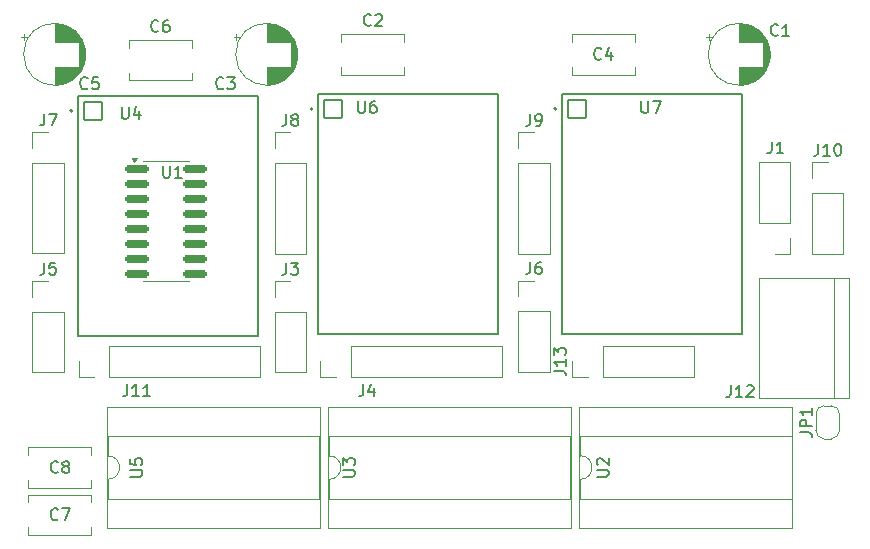
<source format=gbr>
%TF.GenerationSoftware,KiCad,Pcbnew,8.0.4-8.0.4-0~ubuntu24.04.1*%
%TF.CreationDate,2024-08-20T13:37:47+02:00*%
%TF.ProjectId,motor-driver-breakout,6d6f746f-722d-4647-9269-7665722d6272,rev?*%
%TF.SameCoordinates,Original*%
%TF.FileFunction,Legend,Top*%
%TF.FilePolarity,Positive*%
%FSLAX46Y46*%
G04 Gerber Fmt 4.6, Leading zero omitted, Abs format (unit mm)*
G04 Created by KiCad (PCBNEW 8.0.4-8.0.4-0~ubuntu24.04.1) date 2024-08-20 13:37:47*
%MOMM*%
%LPD*%
G01*
G04 APERTURE LIST*
G04 Aperture macros list*
%AMRoundRect*
0 Rectangle with rounded corners*
0 $1 Rounding radius*
0 $2 $3 $4 $5 $6 $7 $8 $9 X,Y pos of 4 corners*
0 Add a 4 corners polygon primitive as box body*
4,1,4,$2,$3,$4,$5,$6,$7,$8,$9,$2,$3,0*
0 Add four circle primitives for the rounded corners*
1,1,$1+$1,$2,$3*
1,1,$1+$1,$4,$5*
1,1,$1+$1,$6,$7*
1,1,$1+$1,$8,$9*
0 Add four rect primitives between the rounded corners*
20,1,$1+$1,$2,$3,$4,$5,0*
20,1,$1+$1,$4,$5,$6,$7,0*
20,1,$1+$1,$6,$7,$8,$9,0*
20,1,$1+$1,$8,$9,$2,$3,0*%
%AMFreePoly0*
4,1,19,0.500000,-0.750000,0.000000,-0.750000,0.000000,-0.744911,-0.071157,-0.744911,-0.207708,-0.704816,-0.327430,-0.627875,-0.420627,-0.520320,-0.479746,-0.390866,-0.500000,-0.250000,-0.500000,0.250000,-0.479746,0.390866,-0.420627,0.520320,-0.327430,0.627875,-0.207708,0.704816,-0.071157,0.744911,0.000000,0.744911,0.000000,0.750000,0.500000,0.750000,0.500000,-0.750000,0.500000,-0.750000,
$1*%
%AMFreePoly1*
4,1,19,0.000000,0.744911,0.071157,0.744911,0.207708,0.704816,0.327430,0.627875,0.420627,0.520320,0.479746,0.390866,0.500000,0.250000,0.500000,-0.250000,0.479746,-0.390866,0.420627,-0.520320,0.327430,-0.627875,0.207708,-0.704816,0.071157,-0.744911,0.000000,-0.744911,0.000000,-0.750000,-0.500000,-0.750000,-0.500000,0.750000,0.000000,0.750000,0.000000,0.744911,0.000000,0.744911,
$1*%
G04 Aperture macros list end*
%ADD10C,0.150000*%
%ADD11C,0.120000*%
%ADD12C,0.200000*%
%ADD13C,0.127000*%
%ADD14FreePoly0,90.000000*%
%ADD15FreePoly1,90.000000*%
%ADD16R,1.700000X1.700000*%
%ADD17O,1.700000X1.700000*%
%ADD18R,3.000000X3.000000*%
%ADD19C,3.000000*%
%ADD20R,1.600000X1.600000*%
%ADD21C,1.600000*%
%ADD22C,1.712000*%
%ADD23RoundRect,0.102000X-0.754000X-0.754000X0.754000X-0.754000X0.754000X0.754000X-0.754000X0.754000X0*%
%ADD24O,1.600000X1.600000*%
%ADD25RoundRect,0.150000X-0.825000X-0.150000X0.825000X-0.150000X0.825000X0.150000X-0.825000X0.150000X0*%
%ADD26C,3.200000*%
G04 APERTURE END LIST*
D10*
X220154819Y-64983333D02*
X220869104Y-64983333D01*
X220869104Y-64983333D02*
X221011961Y-65030952D01*
X221011961Y-65030952D02*
X221107200Y-65126190D01*
X221107200Y-65126190D02*
X221154819Y-65269047D01*
X221154819Y-65269047D02*
X221154819Y-65364285D01*
X221154819Y-64507142D02*
X220154819Y-64507142D01*
X220154819Y-64507142D02*
X220154819Y-64126190D01*
X220154819Y-64126190D02*
X220202438Y-64030952D01*
X220202438Y-64030952D02*
X220250057Y-63983333D01*
X220250057Y-63983333D02*
X220345295Y-63935714D01*
X220345295Y-63935714D02*
X220488152Y-63935714D01*
X220488152Y-63935714D02*
X220583390Y-63983333D01*
X220583390Y-63983333D02*
X220631009Y-64030952D01*
X220631009Y-64030952D02*
X220678628Y-64126190D01*
X220678628Y-64126190D02*
X220678628Y-64507142D01*
X221154819Y-62983333D02*
X221154819Y-63554761D01*
X221154819Y-63269047D02*
X220154819Y-63269047D01*
X220154819Y-63269047D02*
X220297676Y-63364285D01*
X220297676Y-63364285D02*
X220392914Y-63459523D01*
X220392914Y-63459523D02*
X220440533Y-63554761D01*
X199324819Y-59809523D02*
X200039104Y-59809523D01*
X200039104Y-59809523D02*
X200181961Y-59857142D01*
X200181961Y-59857142D02*
X200277200Y-59952380D01*
X200277200Y-59952380D02*
X200324819Y-60095237D01*
X200324819Y-60095237D02*
X200324819Y-60190475D01*
X200324819Y-58809523D02*
X200324819Y-59380951D01*
X200324819Y-59095237D02*
X199324819Y-59095237D01*
X199324819Y-59095237D02*
X199467676Y-59190475D01*
X199467676Y-59190475D02*
X199562914Y-59285713D01*
X199562914Y-59285713D02*
X199610533Y-59380951D01*
X199324819Y-58476189D02*
X199324819Y-57857142D01*
X199324819Y-57857142D02*
X199705771Y-58190475D01*
X199705771Y-58190475D02*
X199705771Y-58047618D01*
X199705771Y-58047618D02*
X199753390Y-57952380D01*
X199753390Y-57952380D02*
X199801009Y-57904761D01*
X199801009Y-57904761D02*
X199896247Y-57857142D01*
X199896247Y-57857142D02*
X200134342Y-57857142D01*
X200134342Y-57857142D02*
X200229580Y-57904761D01*
X200229580Y-57904761D02*
X200277200Y-57952380D01*
X200277200Y-57952380D02*
X200324819Y-58047618D01*
X200324819Y-58047618D02*
X200324819Y-58333332D01*
X200324819Y-58333332D02*
X200277200Y-58428570D01*
X200277200Y-58428570D02*
X200229580Y-58476189D01*
X214277676Y-61024419D02*
X214277676Y-61738704D01*
X214277676Y-61738704D02*
X214230057Y-61881561D01*
X214230057Y-61881561D02*
X214134819Y-61976800D01*
X214134819Y-61976800D02*
X213991962Y-62024419D01*
X213991962Y-62024419D02*
X213896724Y-62024419D01*
X215277676Y-62024419D02*
X214706248Y-62024419D01*
X214991962Y-62024419D02*
X214991962Y-61024419D01*
X214991962Y-61024419D02*
X214896724Y-61167276D01*
X214896724Y-61167276D02*
X214801486Y-61262514D01*
X214801486Y-61262514D02*
X214706248Y-61310133D01*
X215658629Y-61119657D02*
X215706248Y-61072038D01*
X215706248Y-61072038D02*
X215801486Y-61024419D01*
X215801486Y-61024419D02*
X216039581Y-61024419D01*
X216039581Y-61024419D02*
X216134819Y-61072038D01*
X216134819Y-61072038D02*
X216182438Y-61119657D01*
X216182438Y-61119657D02*
X216230057Y-61214895D01*
X216230057Y-61214895D02*
X216230057Y-61310133D01*
X216230057Y-61310133D02*
X216182438Y-61452990D01*
X216182438Y-61452990D02*
X215611010Y-62024419D01*
X215611010Y-62024419D02*
X216230057Y-62024419D01*
X218288445Y-31359580D02*
X218240826Y-31407200D01*
X218240826Y-31407200D02*
X218097969Y-31454819D01*
X218097969Y-31454819D02*
X218002731Y-31454819D01*
X218002731Y-31454819D02*
X217859874Y-31407200D01*
X217859874Y-31407200D02*
X217764636Y-31311961D01*
X217764636Y-31311961D02*
X217717017Y-31216723D01*
X217717017Y-31216723D02*
X217669398Y-31026247D01*
X217669398Y-31026247D02*
X217669398Y-30883390D01*
X217669398Y-30883390D02*
X217717017Y-30692914D01*
X217717017Y-30692914D02*
X217764636Y-30597676D01*
X217764636Y-30597676D02*
X217859874Y-30502438D01*
X217859874Y-30502438D02*
X218002731Y-30454819D01*
X218002731Y-30454819D02*
X218097969Y-30454819D01*
X218097969Y-30454819D02*
X218240826Y-30502438D01*
X218240826Y-30502438D02*
X218288445Y-30550057D01*
X219240826Y-31454819D02*
X218669398Y-31454819D01*
X218955112Y-31454819D02*
X218955112Y-30454819D01*
X218955112Y-30454819D02*
X218859874Y-30597676D01*
X218859874Y-30597676D02*
X218764636Y-30692914D01*
X218764636Y-30692914D02*
X218669398Y-30740533D01*
X203333333Y-33359580D02*
X203285714Y-33407200D01*
X203285714Y-33407200D02*
X203142857Y-33454819D01*
X203142857Y-33454819D02*
X203047619Y-33454819D01*
X203047619Y-33454819D02*
X202904762Y-33407200D01*
X202904762Y-33407200D02*
X202809524Y-33311961D01*
X202809524Y-33311961D02*
X202761905Y-33216723D01*
X202761905Y-33216723D02*
X202714286Y-33026247D01*
X202714286Y-33026247D02*
X202714286Y-32883390D01*
X202714286Y-32883390D02*
X202761905Y-32692914D01*
X202761905Y-32692914D02*
X202809524Y-32597676D01*
X202809524Y-32597676D02*
X202904762Y-32502438D01*
X202904762Y-32502438D02*
X203047619Y-32454819D01*
X203047619Y-32454819D02*
X203142857Y-32454819D01*
X203142857Y-32454819D02*
X203285714Y-32502438D01*
X203285714Y-32502438D02*
X203333333Y-32550057D01*
X204190476Y-32788152D02*
X204190476Y-33454819D01*
X203952381Y-32407200D02*
X203714286Y-33121485D01*
X203714286Y-33121485D02*
X204333333Y-33121485D01*
X182738095Y-36954819D02*
X182738095Y-37764342D01*
X182738095Y-37764342D02*
X182785714Y-37859580D01*
X182785714Y-37859580D02*
X182833333Y-37907200D01*
X182833333Y-37907200D02*
X182928571Y-37954819D01*
X182928571Y-37954819D02*
X183119047Y-37954819D01*
X183119047Y-37954819D02*
X183214285Y-37907200D01*
X183214285Y-37907200D02*
X183261904Y-37859580D01*
X183261904Y-37859580D02*
X183309523Y-37764342D01*
X183309523Y-37764342D02*
X183309523Y-36954819D01*
X184214285Y-36954819D02*
X184023809Y-36954819D01*
X184023809Y-36954819D02*
X183928571Y-37002438D01*
X183928571Y-37002438D02*
X183880952Y-37050057D01*
X183880952Y-37050057D02*
X183785714Y-37192914D01*
X183785714Y-37192914D02*
X183738095Y-37383390D01*
X183738095Y-37383390D02*
X183738095Y-37764342D01*
X183738095Y-37764342D02*
X183785714Y-37859580D01*
X183785714Y-37859580D02*
X183833333Y-37907200D01*
X183833333Y-37907200D02*
X183928571Y-37954819D01*
X183928571Y-37954819D02*
X184119047Y-37954819D01*
X184119047Y-37954819D02*
X184214285Y-37907200D01*
X184214285Y-37907200D02*
X184261904Y-37859580D01*
X184261904Y-37859580D02*
X184309523Y-37764342D01*
X184309523Y-37764342D02*
X184309523Y-37526247D01*
X184309523Y-37526247D02*
X184261904Y-37431009D01*
X184261904Y-37431009D02*
X184214285Y-37383390D01*
X184214285Y-37383390D02*
X184119047Y-37335771D01*
X184119047Y-37335771D02*
X183928571Y-37335771D01*
X183928571Y-37335771D02*
X183833333Y-37383390D01*
X183833333Y-37383390D02*
X183785714Y-37431009D01*
X183785714Y-37431009D02*
X183738095Y-37526247D01*
X181454819Y-68761904D02*
X182264342Y-68761904D01*
X182264342Y-68761904D02*
X182359580Y-68714285D01*
X182359580Y-68714285D02*
X182407200Y-68666666D01*
X182407200Y-68666666D02*
X182454819Y-68571428D01*
X182454819Y-68571428D02*
X182454819Y-68380952D01*
X182454819Y-68380952D02*
X182407200Y-68285714D01*
X182407200Y-68285714D02*
X182359580Y-68238095D01*
X182359580Y-68238095D02*
X182264342Y-68190476D01*
X182264342Y-68190476D02*
X181454819Y-68190476D01*
X181454819Y-67809523D02*
X181454819Y-67190476D01*
X181454819Y-67190476D02*
X181835771Y-67523809D01*
X181835771Y-67523809D02*
X181835771Y-67380952D01*
X181835771Y-67380952D02*
X181883390Y-67285714D01*
X181883390Y-67285714D02*
X181931009Y-67238095D01*
X181931009Y-67238095D02*
X182026247Y-67190476D01*
X182026247Y-67190476D02*
X182264342Y-67190476D01*
X182264342Y-67190476D02*
X182359580Y-67238095D01*
X182359580Y-67238095D02*
X182407200Y-67285714D01*
X182407200Y-67285714D02*
X182454819Y-67380952D01*
X182454819Y-67380952D02*
X182454819Y-67666666D01*
X182454819Y-67666666D02*
X182407200Y-67761904D01*
X182407200Y-67761904D02*
X182359580Y-67809523D01*
X217751066Y-40399619D02*
X217751066Y-41113904D01*
X217751066Y-41113904D02*
X217703447Y-41256761D01*
X217703447Y-41256761D02*
X217608209Y-41352000D01*
X217608209Y-41352000D02*
X217465352Y-41399619D01*
X217465352Y-41399619D02*
X217370114Y-41399619D01*
X218751066Y-41399619D02*
X218179638Y-41399619D01*
X218465352Y-41399619D02*
X218465352Y-40399619D01*
X218465352Y-40399619D02*
X218370114Y-40542476D01*
X218370114Y-40542476D02*
X218274876Y-40637714D01*
X218274876Y-40637714D02*
X218179638Y-40685333D01*
X166238095Y-42454819D02*
X166238095Y-43264342D01*
X166238095Y-43264342D02*
X166285714Y-43359580D01*
X166285714Y-43359580D02*
X166333333Y-43407200D01*
X166333333Y-43407200D02*
X166428571Y-43454819D01*
X166428571Y-43454819D02*
X166619047Y-43454819D01*
X166619047Y-43454819D02*
X166714285Y-43407200D01*
X166714285Y-43407200D02*
X166761904Y-43359580D01*
X166761904Y-43359580D02*
X166809523Y-43264342D01*
X166809523Y-43264342D02*
X166809523Y-42454819D01*
X167809523Y-43454819D02*
X167238095Y-43454819D01*
X167523809Y-43454819D02*
X167523809Y-42454819D01*
X167523809Y-42454819D02*
X167428571Y-42597676D01*
X167428571Y-42597676D02*
X167333333Y-42692914D01*
X167333333Y-42692914D02*
X167238095Y-42740533D01*
X156166666Y-38029819D02*
X156166666Y-38744104D01*
X156166666Y-38744104D02*
X156119047Y-38886961D01*
X156119047Y-38886961D02*
X156023809Y-38982200D01*
X156023809Y-38982200D02*
X155880952Y-39029819D01*
X155880952Y-39029819D02*
X155785714Y-39029819D01*
X156547619Y-38029819D02*
X157214285Y-38029819D01*
X157214285Y-38029819D02*
X156785714Y-39029819D01*
X183833333Y-30509580D02*
X183785714Y-30557200D01*
X183785714Y-30557200D02*
X183642857Y-30604819D01*
X183642857Y-30604819D02*
X183547619Y-30604819D01*
X183547619Y-30604819D02*
X183404762Y-30557200D01*
X183404762Y-30557200D02*
X183309524Y-30461961D01*
X183309524Y-30461961D02*
X183261905Y-30366723D01*
X183261905Y-30366723D02*
X183214286Y-30176247D01*
X183214286Y-30176247D02*
X183214286Y-30033390D01*
X183214286Y-30033390D02*
X183261905Y-29842914D01*
X183261905Y-29842914D02*
X183309524Y-29747676D01*
X183309524Y-29747676D02*
X183404762Y-29652438D01*
X183404762Y-29652438D02*
X183547619Y-29604819D01*
X183547619Y-29604819D02*
X183642857Y-29604819D01*
X183642857Y-29604819D02*
X183785714Y-29652438D01*
X183785714Y-29652438D02*
X183833333Y-29700057D01*
X184214286Y-29700057D02*
X184261905Y-29652438D01*
X184261905Y-29652438D02*
X184357143Y-29604819D01*
X184357143Y-29604819D02*
X184595238Y-29604819D01*
X184595238Y-29604819D02*
X184690476Y-29652438D01*
X184690476Y-29652438D02*
X184738095Y-29700057D01*
X184738095Y-29700057D02*
X184785714Y-29795295D01*
X184785714Y-29795295D02*
X184785714Y-29890533D01*
X184785714Y-29890533D02*
X184738095Y-30033390D01*
X184738095Y-30033390D02*
X184166667Y-30604819D01*
X184166667Y-30604819D02*
X184785714Y-30604819D01*
X165833333Y-31009580D02*
X165785714Y-31057200D01*
X165785714Y-31057200D02*
X165642857Y-31104819D01*
X165642857Y-31104819D02*
X165547619Y-31104819D01*
X165547619Y-31104819D02*
X165404762Y-31057200D01*
X165404762Y-31057200D02*
X165309524Y-30961961D01*
X165309524Y-30961961D02*
X165261905Y-30866723D01*
X165261905Y-30866723D02*
X165214286Y-30676247D01*
X165214286Y-30676247D02*
X165214286Y-30533390D01*
X165214286Y-30533390D02*
X165261905Y-30342914D01*
X165261905Y-30342914D02*
X165309524Y-30247676D01*
X165309524Y-30247676D02*
X165404762Y-30152438D01*
X165404762Y-30152438D02*
X165547619Y-30104819D01*
X165547619Y-30104819D02*
X165642857Y-30104819D01*
X165642857Y-30104819D02*
X165785714Y-30152438D01*
X165785714Y-30152438D02*
X165833333Y-30200057D01*
X166690476Y-30104819D02*
X166500000Y-30104819D01*
X166500000Y-30104819D02*
X166404762Y-30152438D01*
X166404762Y-30152438D02*
X166357143Y-30200057D01*
X166357143Y-30200057D02*
X166261905Y-30342914D01*
X166261905Y-30342914D02*
X166214286Y-30533390D01*
X166214286Y-30533390D02*
X166214286Y-30914342D01*
X166214286Y-30914342D02*
X166261905Y-31009580D01*
X166261905Y-31009580D02*
X166309524Y-31057200D01*
X166309524Y-31057200D02*
X166404762Y-31104819D01*
X166404762Y-31104819D02*
X166595238Y-31104819D01*
X166595238Y-31104819D02*
X166690476Y-31057200D01*
X166690476Y-31057200D02*
X166738095Y-31009580D01*
X166738095Y-31009580D02*
X166785714Y-30914342D01*
X166785714Y-30914342D02*
X166785714Y-30676247D01*
X166785714Y-30676247D02*
X166738095Y-30581009D01*
X166738095Y-30581009D02*
X166690476Y-30533390D01*
X166690476Y-30533390D02*
X166595238Y-30485771D01*
X166595238Y-30485771D02*
X166404762Y-30485771D01*
X166404762Y-30485771D02*
X166309524Y-30533390D01*
X166309524Y-30533390D02*
X166261905Y-30581009D01*
X166261905Y-30581009D02*
X166214286Y-30676247D01*
X202954819Y-68751904D02*
X203764342Y-68751904D01*
X203764342Y-68751904D02*
X203859580Y-68704285D01*
X203859580Y-68704285D02*
X203907200Y-68656666D01*
X203907200Y-68656666D02*
X203954819Y-68561428D01*
X203954819Y-68561428D02*
X203954819Y-68370952D01*
X203954819Y-68370952D02*
X203907200Y-68275714D01*
X203907200Y-68275714D02*
X203859580Y-68228095D01*
X203859580Y-68228095D02*
X203764342Y-68180476D01*
X203764342Y-68180476D02*
X202954819Y-68180476D01*
X203050057Y-67751904D02*
X203002438Y-67704285D01*
X203002438Y-67704285D02*
X202954819Y-67609047D01*
X202954819Y-67609047D02*
X202954819Y-67370952D01*
X202954819Y-67370952D02*
X203002438Y-67275714D01*
X203002438Y-67275714D02*
X203050057Y-67228095D01*
X203050057Y-67228095D02*
X203145295Y-67180476D01*
X203145295Y-67180476D02*
X203240533Y-67180476D01*
X203240533Y-67180476D02*
X203383390Y-67228095D01*
X203383390Y-67228095D02*
X203954819Y-67799523D01*
X203954819Y-67799523D02*
X203954819Y-67180476D01*
X221690476Y-40584819D02*
X221690476Y-41299104D01*
X221690476Y-41299104D02*
X221642857Y-41441961D01*
X221642857Y-41441961D02*
X221547619Y-41537200D01*
X221547619Y-41537200D02*
X221404762Y-41584819D01*
X221404762Y-41584819D02*
X221309524Y-41584819D01*
X222690476Y-41584819D02*
X222119048Y-41584819D01*
X222404762Y-41584819D02*
X222404762Y-40584819D01*
X222404762Y-40584819D02*
X222309524Y-40727676D01*
X222309524Y-40727676D02*
X222214286Y-40822914D01*
X222214286Y-40822914D02*
X222119048Y-40870533D01*
X223309524Y-40584819D02*
X223404762Y-40584819D01*
X223404762Y-40584819D02*
X223500000Y-40632438D01*
X223500000Y-40632438D02*
X223547619Y-40680057D01*
X223547619Y-40680057D02*
X223595238Y-40775295D01*
X223595238Y-40775295D02*
X223642857Y-40965771D01*
X223642857Y-40965771D02*
X223642857Y-41203866D01*
X223642857Y-41203866D02*
X223595238Y-41394342D01*
X223595238Y-41394342D02*
X223547619Y-41489580D01*
X223547619Y-41489580D02*
X223500000Y-41537200D01*
X223500000Y-41537200D02*
X223404762Y-41584819D01*
X223404762Y-41584819D02*
X223309524Y-41584819D01*
X223309524Y-41584819D02*
X223214286Y-41537200D01*
X223214286Y-41537200D02*
X223166667Y-41489580D01*
X223166667Y-41489580D02*
X223119048Y-41394342D01*
X223119048Y-41394342D02*
X223071429Y-41203866D01*
X223071429Y-41203866D02*
X223071429Y-40965771D01*
X223071429Y-40965771D02*
X223119048Y-40775295D01*
X223119048Y-40775295D02*
X223166667Y-40680057D01*
X223166667Y-40680057D02*
X223214286Y-40632438D01*
X223214286Y-40632438D02*
X223309524Y-40584819D01*
X163190476Y-60954819D02*
X163190476Y-61669104D01*
X163190476Y-61669104D02*
X163142857Y-61811961D01*
X163142857Y-61811961D02*
X163047619Y-61907200D01*
X163047619Y-61907200D02*
X162904762Y-61954819D01*
X162904762Y-61954819D02*
X162809524Y-61954819D01*
X164190476Y-61954819D02*
X163619048Y-61954819D01*
X163904762Y-61954819D02*
X163904762Y-60954819D01*
X163904762Y-60954819D02*
X163809524Y-61097676D01*
X163809524Y-61097676D02*
X163714286Y-61192914D01*
X163714286Y-61192914D02*
X163619048Y-61240533D01*
X165142857Y-61954819D02*
X164571429Y-61954819D01*
X164857143Y-61954819D02*
X164857143Y-60954819D01*
X164857143Y-60954819D02*
X164761905Y-61097676D01*
X164761905Y-61097676D02*
X164666667Y-61192914D01*
X164666667Y-61192914D02*
X164571429Y-61240533D01*
X176666666Y-38069819D02*
X176666666Y-38784104D01*
X176666666Y-38784104D02*
X176619047Y-38926961D01*
X176619047Y-38926961D02*
X176523809Y-39022200D01*
X176523809Y-39022200D02*
X176380952Y-39069819D01*
X176380952Y-39069819D02*
X176285714Y-39069819D01*
X177285714Y-38498390D02*
X177190476Y-38450771D01*
X177190476Y-38450771D02*
X177142857Y-38403152D01*
X177142857Y-38403152D02*
X177095238Y-38307914D01*
X177095238Y-38307914D02*
X177095238Y-38260295D01*
X177095238Y-38260295D02*
X177142857Y-38165057D01*
X177142857Y-38165057D02*
X177190476Y-38117438D01*
X177190476Y-38117438D02*
X177285714Y-38069819D01*
X177285714Y-38069819D02*
X177476190Y-38069819D01*
X177476190Y-38069819D02*
X177571428Y-38117438D01*
X177571428Y-38117438D02*
X177619047Y-38165057D01*
X177619047Y-38165057D02*
X177666666Y-38260295D01*
X177666666Y-38260295D02*
X177666666Y-38307914D01*
X177666666Y-38307914D02*
X177619047Y-38403152D01*
X177619047Y-38403152D02*
X177571428Y-38450771D01*
X177571428Y-38450771D02*
X177476190Y-38498390D01*
X177476190Y-38498390D02*
X177285714Y-38498390D01*
X177285714Y-38498390D02*
X177190476Y-38546009D01*
X177190476Y-38546009D02*
X177142857Y-38593628D01*
X177142857Y-38593628D02*
X177095238Y-38688866D01*
X177095238Y-38688866D02*
X177095238Y-38879342D01*
X177095238Y-38879342D02*
X177142857Y-38974580D01*
X177142857Y-38974580D02*
X177190476Y-39022200D01*
X177190476Y-39022200D02*
X177285714Y-39069819D01*
X177285714Y-39069819D02*
X177476190Y-39069819D01*
X177476190Y-39069819D02*
X177571428Y-39022200D01*
X177571428Y-39022200D02*
X177619047Y-38974580D01*
X177619047Y-38974580D02*
X177666666Y-38879342D01*
X177666666Y-38879342D02*
X177666666Y-38688866D01*
X177666666Y-38688866D02*
X177619047Y-38593628D01*
X177619047Y-38593628D02*
X177571428Y-38546009D01*
X177571428Y-38546009D02*
X177476190Y-38498390D01*
X159833333Y-35859580D02*
X159785714Y-35907200D01*
X159785714Y-35907200D02*
X159642857Y-35954819D01*
X159642857Y-35954819D02*
X159547619Y-35954819D01*
X159547619Y-35954819D02*
X159404762Y-35907200D01*
X159404762Y-35907200D02*
X159309524Y-35811961D01*
X159309524Y-35811961D02*
X159261905Y-35716723D01*
X159261905Y-35716723D02*
X159214286Y-35526247D01*
X159214286Y-35526247D02*
X159214286Y-35383390D01*
X159214286Y-35383390D02*
X159261905Y-35192914D01*
X159261905Y-35192914D02*
X159309524Y-35097676D01*
X159309524Y-35097676D02*
X159404762Y-35002438D01*
X159404762Y-35002438D02*
X159547619Y-34954819D01*
X159547619Y-34954819D02*
X159642857Y-34954819D01*
X159642857Y-34954819D02*
X159785714Y-35002438D01*
X159785714Y-35002438D02*
X159833333Y-35050057D01*
X160738095Y-34954819D02*
X160261905Y-34954819D01*
X160261905Y-34954819D02*
X160214286Y-35431009D01*
X160214286Y-35431009D02*
X160261905Y-35383390D01*
X160261905Y-35383390D02*
X160357143Y-35335771D01*
X160357143Y-35335771D02*
X160595238Y-35335771D01*
X160595238Y-35335771D02*
X160690476Y-35383390D01*
X160690476Y-35383390D02*
X160738095Y-35431009D01*
X160738095Y-35431009D02*
X160785714Y-35526247D01*
X160785714Y-35526247D02*
X160785714Y-35764342D01*
X160785714Y-35764342D02*
X160738095Y-35859580D01*
X160738095Y-35859580D02*
X160690476Y-35907200D01*
X160690476Y-35907200D02*
X160595238Y-35954819D01*
X160595238Y-35954819D02*
X160357143Y-35954819D01*
X160357143Y-35954819D02*
X160261905Y-35907200D01*
X160261905Y-35907200D02*
X160214286Y-35859580D01*
X163454819Y-68751904D02*
X164264342Y-68751904D01*
X164264342Y-68751904D02*
X164359580Y-68704285D01*
X164359580Y-68704285D02*
X164407200Y-68656666D01*
X164407200Y-68656666D02*
X164454819Y-68561428D01*
X164454819Y-68561428D02*
X164454819Y-68370952D01*
X164454819Y-68370952D02*
X164407200Y-68275714D01*
X164407200Y-68275714D02*
X164359580Y-68228095D01*
X164359580Y-68228095D02*
X164264342Y-68180476D01*
X164264342Y-68180476D02*
X163454819Y-68180476D01*
X163454819Y-67228095D02*
X163454819Y-67704285D01*
X163454819Y-67704285D02*
X163931009Y-67751904D01*
X163931009Y-67751904D02*
X163883390Y-67704285D01*
X163883390Y-67704285D02*
X163835771Y-67609047D01*
X163835771Y-67609047D02*
X163835771Y-67370952D01*
X163835771Y-67370952D02*
X163883390Y-67275714D01*
X163883390Y-67275714D02*
X163931009Y-67228095D01*
X163931009Y-67228095D02*
X164026247Y-67180476D01*
X164026247Y-67180476D02*
X164264342Y-67180476D01*
X164264342Y-67180476D02*
X164359580Y-67228095D01*
X164359580Y-67228095D02*
X164407200Y-67275714D01*
X164407200Y-67275714D02*
X164454819Y-67370952D01*
X164454819Y-67370952D02*
X164454819Y-67609047D01*
X164454819Y-67609047D02*
X164407200Y-67704285D01*
X164407200Y-67704285D02*
X164359580Y-67751904D01*
X183166666Y-60954819D02*
X183166666Y-61669104D01*
X183166666Y-61669104D02*
X183119047Y-61811961D01*
X183119047Y-61811961D02*
X183023809Y-61907200D01*
X183023809Y-61907200D02*
X182880952Y-61954819D01*
X182880952Y-61954819D02*
X182785714Y-61954819D01*
X184071428Y-61288152D02*
X184071428Y-61954819D01*
X183833333Y-60907200D02*
X183595238Y-61621485D01*
X183595238Y-61621485D02*
X184214285Y-61621485D01*
X206738095Y-36954819D02*
X206738095Y-37764342D01*
X206738095Y-37764342D02*
X206785714Y-37859580D01*
X206785714Y-37859580D02*
X206833333Y-37907200D01*
X206833333Y-37907200D02*
X206928571Y-37954819D01*
X206928571Y-37954819D02*
X207119047Y-37954819D01*
X207119047Y-37954819D02*
X207214285Y-37907200D01*
X207214285Y-37907200D02*
X207261904Y-37859580D01*
X207261904Y-37859580D02*
X207309523Y-37764342D01*
X207309523Y-37764342D02*
X207309523Y-36954819D01*
X207690476Y-36954819D02*
X208357142Y-36954819D01*
X208357142Y-36954819D02*
X207928571Y-37954819D01*
X156166666Y-50649819D02*
X156166666Y-51364104D01*
X156166666Y-51364104D02*
X156119047Y-51506961D01*
X156119047Y-51506961D02*
X156023809Y-51602200D01*
X156023809Y-51602200D02*
X155880952Y-51649819D01*
X155880952Y-51649819D02*
X155785714Y-51649819D01*
X157119047Y-50649819D02*
X156642857Y-50649819D01*
X156642857Y-50649819D02*
X156595238Y-51126009D01*
X156595238Y-51126009D02*
X156642857Y-51078390D01*
X156642857Y-51078390D02*
X156738095Y-51030771D01*
X156738095Y-51030771D02*
X156976190Y-51030771D01*
X156976190Y-51030771D02*
X157071428Y-51078390D01*
X157071428Y-51078390D02*
X157119047Y-51126009D01*
X157119047Y-51126009D02*
X157166666Y-51221247D01*
X157166666Y-51221247D02*
X157166666Y-51459342D01*
X157166666Y-51459342D02*
X157119047Y-51554580D01*
X157119047Y-51554580D02*
X157071428Y-51602200D01*
X157071428Y-51602200D02*
X156976190Y-51649819D01*
X156976190Y-51649819D02*
X156738095Y-51649819D01*
X156738095Y-51649819D02*
X156642857Y-51602200D01*
X156642857Y-51602200D02*
X156595238Y-51554580D01*
X171333333Y-35859580D02*
X171285714Y-35907200D01*
X171285714Y-35907200D02*
X171142857Y-35954819D01*
X171142857Y-35954819D02*
X171047619Y-35954819D01*
X171047619Y-35954819D02*
X170904762Y-35907200D01*
X170904762Y-35907200D02*
X170809524Y-35811961D01*
X170809524Y-35811961D02*
X170761905Y-35716723D01*
X170761905Y-35716723D02*
X170714286Y-35526247D01*
X170714286Y-35526247D02*
X170714286Y-35383390D01*
X170714286Y-35383390D02*
X170761905Y-35192914D01*
X170761905Y-35192914D02*
X170809524Y-35097676D01*
X170809524Y-35097676D02*
X170904762Y-35002438D01*
X170904762Y-35002438D02*
X171047619Y-34954819D01*
X171047619Y-34954819D02*
X171142857Y-34954819D01*
X171142857Y-34954819D02*
X171285714Y-35002438D01*
X171285714Y-35002438D02*
X171333333Y-35050057D01*
X171666667Y-34954819D02*
X172285714Y-34954819D01*
X172285714Y-34954819D02*
X171952381Y-35335771D01*
X171952381Y-35335771D02*
X172095238Y-35335771D01*
X172095238Y-35335771D02*
X172190476Y-35383390D01*
X172190476Y-35383390D02*
X172238095Y-35431009D01*
X172238095Y-35431009D02*
X172285714Y-35526247D01*
X172285714Y-35526247D02*
X172285714Y-35764342D01*
X172285714Y-35764342D02*
X172238095Y-35859580D01*
X172238095Y-35859580D02*
X172190476Y-35907200D01*
X172190476Y-35907200D02*
X172095238Y-35954819D01*
X172095238Y-35954819D02*
X171809524Y-35954819D01*
X171809524Y-35954819D02*
X171714286Y-35907200D01*
X171714286Y-35907200D02*
X171666667Y-35859580D01*
X157333333Y-68359580D02*
X157285714Y-68407200D01*
X157285714Y-68407200D02*
X157142857Y-68454819D01*
X157142857Y-68454819D02*
X157047619Y-68454819D01*
X157047619Y-68454819D02*
X156904762Y-68407200D01*
X156904762Y-68407200D02*
X156809524Y-68311961D01*
X156809524Y-68311961D02*
X156761905Y-68216723D01*
X156761905Y-68216723D02*
X156714286Y-68026247D01*
X156714286Y-68026247D02*
X156714286Y-67883390D01*
X156714286Y-67883390D02*
X156761905Y-67692914D01*
X156761905Y-67692914D02*
X156809524Y-67597676D01*
X156809524Y-67597676D02*
X156904762Y-67502438D01*
X156904762Y-67502438D02*
X157047619Y-67454819D01*
X157047619Y-67454819D02*
X157142857Y-67454819D01*
X157142857Y-67454819D02*
X157285714Y-67502438D01*
X157285714Y-67502438D02*
X157333333Y-67550057D01*
X157904762Y-67883390D02*
X157809524Y-67835771D01*
X157809524Y-67835771D02*
X157761905Y-67788152D01*
X157761905Y-67788152D02*
X157714286Y-67692914D01*
X157714286Y-67692914D02*
X157714286Y-67645295D01*
X157714286Y-67645295D02*
X157761905Y-67550057D01*
X157761905Y-67550057D02*
X157809524Y-67502438D01*
X157809524Y-67502438D02*
X157904762Y-67454819D01*
X157904762Y-67454819D02*
X158095238Y-67454819D01*
X158095238Y-67454819D02*
X158190476Y-67502438D01*
X158190476Y-67502438D02*
X158238095Y-67550057D01*
X158238095Y-67550057D02*
X158285714Y-67645295D01*
X158285714Y-67645295D02*
X158285714Y-67692914D01*
X158285714Y-67692914D02*
X158238095Y-67788152D01*
X158238095Y-67788152D02*
X158190476Y-67835771D01*
X158190476Y-67835771D02*
X158095238Y-67883390D01*
X158095238Y-67883390D02*
X157904762Y-67883390D01*
X157904762Y-67883390D02*
X157809524Y-67931009D01*
X157809524Y-67931009D02*
X157761905Y-67978628D01*
X157761905Y-67978628D02*
X157714286Y-68073866D01*
X157714286Y-68073866D02*
X157714286Y-68264342D01*
X157714286Y-68264342D02*
X157761905Y-68359580D01*
X157761905Y-68359580D02*
X157809524Y-68407200D01*
X157809524Y-68407200D02*
X157904762Y-68454819D01*
X157904762Y-68454819D02*
X158095238Y-68454819D01*
X158095238Y-68454819D02*
X158190476Y-68407200D01*
X158190476Y-68407200D02*
X158238095Y-68359580D01*
X158238095Y-68359580D02*
X158285714Y-68264342D01*
X158285714Y-68264342D02*
X158285714Y-68073866D01*
X158285714Y-68073866D02*
X158238095Y-67978628D01*
X158238095Y-67978628D02*
X158190476Y-67931009D01*
X158190476Y-67931009D02*
X158095238Y-67883390D01*
X176666666Y-50649819D02*
X176666666Y-51364104D01*
X176666666Y-51364104D02*
X176619047Y-51506961D01*
X176619047Y-51506961D02*
X176523809Y-51602200D01*
X176523809Y-51602200D02*
X176380952Y-51649819D01*
X176380952Y-51649819D02*
X176285714Y-51649819D01*
X177047619Y-50649819D02*
X177666666Y-50649819D01*
X177666666Y-50649819D02*
X177333333Y-51030771D01*
X177333333Y-51030771D02*
X177476190Y-51030771D01*
X177476190Y-51030771D02*
X177571428Y-51078390D01*
X177571428Y-51078390D02*
X177619047Y-51126009D01*
X177619047Y-51126009D02*
X177666666Y-51221247D01*
X177666666Y-51221247D02*
X177666666Y-51459342D01*
X177666666Y-51459342D02*
X177619047Y-51554580D01*
X177619047Y-51554580D02*
X177571428Y-51602200D01*
X177571428Y-51602200D02*
X177476190Y-51649819D01*
X177476190Y-51649819D02*
X177190476Y-51649819D01*
X177190476Y-51649819D02*
X177095238Y-51602200D01*
X177095238Y-51602200D02*
X177047619Y-51554580D01*
X197316666Y-38069819D02*
X197316666Y-38784104D01*
X197316666Y-38784104D02*
X197269047Y-38926961D01*
X197269047Y-38926961D02*
X197173809Y-39022200D01*
X197173809Y-39022200D02*
X197030952Y-39069819D01*
X197030952Y-39069819D02*
X196935714Y-39069819D01*
X197840476Y-39069819D02*
X198030952Y-39069819D01*
X198030952Y-39069819D02*
X198126190Y-39022200D01*
X198126190Y-39022200D02*
X198173809Y-38974580D01*
X198173809Y-38974580D02*
X198269047Y-38831723D01*
X198269047Y-38831723D02*
X198316666Y-38641247D01*
X198316666Y-38641247D02*
X198316666Y-38260295D01*
X198316666Y-38260295D02*
X198269047Y-38165057D01*
X198269047Y-38165057D02*
X198221428Y-38117438D01*
X198221428Y-38117438D02*
X198126190Y-38069819D01*
X198126190Y-38069819D02*
X197935714Y-38069819D01*
X197935714Y-38069819D02*
X197840476Y-38117438D01*
X197840476Y-38117438D02*
X197792857Y-38165057D01*
X197792857Y-38165057D02*
X197745238Y-38260295D01*
X197745238Y-38260295D02*
X197745238Y-38498390D01*
X197745238Y-38498390D02*
X197792857Y-38593628D01*
X197792857Y-38593628D02*
X197840476Y-38641247D01*
X197840476Y-38641247D02*
X197935714Y-38688866D01*
X197935714Y-38688866D02*
X198126190Y-38688866D01*
X198126190Y-38688866D02*
X198221428Y-38641247D01*
X198221428Y-38641247D02*
X198269047Y-38593628D01*
X198269047Y-38593628D02*
X198316666Y-38498390D01*
X157333333Y-72359580D02*
X157285714Y-72407200D01*
X157285714Y-72407200D02*
X157142857Y-72454819D01*
X157142857Y-72454819D02*
X157047619Y-72454819D01*
X157047619Y-72454819D02*
X156904762Y-72407200D01*
X156904762Y-72407200D02*
X156809524Y-72311961D01*
X156809524Y-72311961D02*
X156761905Y-72216723D01*
X156761905Y-72216723D02*
X156714286Y-72026247D01*
X156714286Y-72026247D02*
X156714286Y-71883390D01*
X156714286Y-71883390D02*
X156761905Y-71692914D01*
X156761905Y-71692914D02*
X156809524Y-71597676D01*
X156809524Y-71597676D02*
X156904762Y-71502438D01*
X156904762Y-71502438D02*
X157047619Y-71454819D01*
X157047619Y-71454819D02*
X157142857Y-71454819D01*
X157142857Y-71454819D02*
X157285714Y-71502438D01*
X157285714Y-71502438D02*
X157333333Y-71550057D01*
X157666667Y-71454819D02*
X158333333Y-71454819D01*
X158333333Y-71454819D02*
X157904762Y-72454819D01*
X197316666Y-50609819D02*
X197316666Y-51324104D01*
X197316666Y-51324104D02*
X197269047Y-51466961D01*
X197269047Y-51466961D02*
X197173809Y-51562200D01*
X197173809Y-51562200D02*
X197030952Y-51609819D01*
X197030952Y-51609819D02*
X196935714Y-51609819D01*
X198221428Y-50609819D02*
X198030952Y-50609819D01*
X198030952Y-50609819D02*
X197935714Y-50657438D01*
X197935714Y-50657438D02*
X197888095Y-50705057D01*
X197888095Y-50705057D02*
X197792857Y-50847914D01*
X197792857Y-50847914D02*
X197745238Y-51038390D01*
X197745238Y-51038390D02*
X197745238Y-51419342D01*
X197745238Y-51419342D02*
X197792857Y-51514580D01*
X197792857Y-51514580D02*
X197840476Y-51562200D01*
X197840476Y-51562200D02*
X197935714Y-51609819D01*
X197935714Y-51609819D02*
X198126190Y-51609819D01*
X198126190Y-51609819D02*
X198221428Y-51562200D01*
X198221428Y-51562200D02*
X198269047Y-51514580D01*
X198269047Y-51514580D02*
X198316666Y-51419342D01*
X198316666Y-51419342D02*
X198316666Y-51181247D01*
X198316666Y-51181247D02*
X198269047Y-51086009D01*
X198269047Y-51086009D02*
X198221428Y-51038390D01*
X198221428Y-51038390D02*
X198126190Y-50990771D01*
X198126190Y-50990771D02*
X197935714Y-50990771D01*
X197935714Y-50990771D02*
X197840476Y-51038390D01*
X197840476Y-51038390D02*
X197792857Y-51086009D01*
X197792857Y-51086009D02*
X197745238Y-51181247D01*
X162738095Y-37454819D02*
X162738095Y-38264342D01*
X162738095Y-38264342D02*
X162785714Y-38359580D01*
X162785714Y-38359580D02*
X162833333Y-38407200D01*
X162833333Y-38407200D02*
X162928571Y-38454819D01*
X162928571Y-38454819D02*
X163119047Y-38454819D01*
X163119047Y-38454819D02*
X163214285Y-38407200D01*
X163214285Y-38407200D02*
X163261904Y-38359580D01*
X163261904Y-38359580D02*
X163309523Y-38264342D01*
X163309523Y-38264342D02*
X163309523Y-37454819D01*
X164214285Y-37788152D02*
X164214285Y-38454819D01*
X163976190Y-37407200D02*
X163738095Y-38121485D01*
X163738095Y-38121485D02*
X164357142Y-38121485D01*
D11*
%TO.C,JP1*%
X222800000Y-65550000D02*
X222200000Y-65550000D01*
X221500000Y-64850000D02*
X221500000Y-63450000D01*
X223500000Y-63450000D02*
X223500000Y-64850000D01*
X222200000Y-62750000D02*
X222800000Y-62750000D01*
X222200000Y-65550000D02*
G75*
G02*
X221500000Y-64850000I-1J699999D01*
G01*
X223500000Y-64850000D02*
G75*
G02*
X222800000Y-65550000I-699999J-1D01*
G01*
X221500000Y-63450000D02*
G75*
G02*
X222200000Y-62750000I700000J0D01*
G01*
X222800000Y-62750000D02*
G75*
G02*
X223500000Y-63450000I0J-700000D01*
G01*
%TO.C,J13*%
X200870000Y-60330000D02*
X200870000Y-59000000D01*
X202200000Y-60330000D02*
X200870000Y-60330000D01*
X203470000Y-60330000D02*
X211150000Y-60330000D01*
X203470000Y-60330000D02*
X203470000Y-57670000D01*
X211150000Y-60330000D02*
X211150000Y-57670000D01*
X203470000Y-57670000D02*
X211150000Y-57670000D01*
%TO.C,J12*%
X216690000Y-62080000D02*
X224310000Y-62080000D01*
X224310000Y-62080000D02*
X224310000Y-51920000D01*
X216690000Y-51920000D02*
X216690000Y-62080000D01*
X223040000Y-51920000D02*
X223040000Y-62080000D01*
X224310000Y-51920000D02*
X216690000Y-51920000D01*
%TO.C,C1*%
X212195225Y-31525000D02*
X212695225Y-31525000D01*
X212445225Y-31275000D02*
X212445225Y-31775000D01*
X215000000Y-30420000D02*
X215000000Y-31960000D01*
X215000000Y-34040000D02*
X215000000Y-35580000D01*
X215040000Y-30420000D02*
X215040000Y-31960000D01*
X215040000Y-34040000D02*
X215040000Y-35580000D01*
X215080000Y-30421000D02*
X215080000Y-31960000D01*
X215080000Y-34040000D02*
X215080000Y-35579000D01*
X215120000Y-30422000D02*
X215120000Y-31960000D01*
X215120000Y-34040000D02*
X215120000Y-35578000D01*
X215160000Y-30424000D02*
X215160000Y-31960000D01*
X215160000Y-34040000D02*
X215160000Y-35576000D01*
X215200000Y-30427000D02*
X215200000Y-31960000D01*
X215200000Y-34040000D02*
X215200000Y-35573000D01*
X215240000Y-30431000D02*
X215240000Y-31960000D01*
X215240000Y-34040000D02*
X215240000Y-35569000D01*
X215280000Y-30435000D02*
X215280000Y-31960000D01*
X215280000Y-34040000D02*
X215280000Y-35565000D01*
X215320000Y-30439000D02*
X215320000Y-31960000D01*
X215320000Y-34040000D02*
X215320000Y-35561000D01*
X215360000Y-30444000D02*
X215360000Y-31960000D01*
X215360000Y-34040000D02*
X215360000Y-35556000D01*
X215400000Y-30450000D02*
X215400000Y-31960000D01*
X215400000Y-34040000D02*
X215400000Y-35550000D01*
X215440000Y-30457000D02*
X215440000Y-31960000D01*
X215440000Y-34040000D02*
X215440000Y-35543000D01*
X215480000Y-30464000D02*
X215480000Y-31960000D01*
X215480000Y-34040000D02*
X215480000Y-35536000D01*
X215520000Y-30472000D02*
X215520000Y-31960000D01*
X215520000Y-34040000D02*
X215520000Y-35528000D01*
X215560000Y-30480000D02*
X215560000Y-31960000D01*
X215560000Y-34040000D02*
X215560000Y-35520000D01*
X215600000Y-30489000D02*
X215600000Y-31960000D01*
X215600000Y-34040000D02*
X215600000Y-35511000D01*
X215640000Y-30499000D02*
X215640000Y-31960000D01*
X215640000Y-34040000D02*
X215640000Y-35501000D01*
X215680000Y-30509000D02*
X215680000Y-31960000D01*
X215680000Y-34040000D02*
X215680000Y-35491000D01*
X215721000Y-30520000D02*
X215721000Y-31960000D01*
X215721000Y-34040000D02*
X215721000Y-35480000D01*
X215761000Y-30532000D02*
X215761000Y-31960000D01*
X215761000Y-34040000D02*
X215761000Y-35468000D01*
X215801000Y-30545000D02*
X215801000Y-31960000D01*
X215801000Y-34040000D02*
X215801000Y-35455000D01*
X215841000Y-30558000D02*
X215841000Y-31960000D01*
X215841000Y-34040000D02*
X215841000Y-35442000D01*
X215881000Y-30572000D02*
X215881000Y-31960000D01*
X215881000Y-34040000D02*
X215881000Y-35428000D01*
X215921000Y-30586000D02*
X215921000Y-31960000D01*
X215921000Y-34040000D02*
X215921000Y-35414000D01*
X215961000Y-30602000D02*
X215961000Y-31960000D01*
X215961000Y-34040000D02*
X215961000Y-35398000D01*
X216001000Y-30618000D02*
X216001000Y-31960000D01*
X216001000Y-34040000D02*
X216001000Y-35382000D01*
X216041000Y-30635000D02*
X216041000Y-31960000D01*
X216041000Y-34040000D02*
X216041000Y-35365000D01*
X216081000Y-30652000D02*
X216081000Y-31960000D01*
X216081000Y-34040000D02*
X216081000Y-35348000D01*
X216121000Y-30671000D02*
X216121000Y-31960000D01*
X216121000Y-34040000D02*
X216121000Y-35329000D01*
X216161000Y-30690000D02*
X216161000Y-31960000D01*
X216161000Y-34040000D02*
X216161000Y-35310000D01*
X216201000Y-30710000D02*
X216201000Y-31960000D01*
X216201000Y-34040000D02*
X216201000Y-35290000D01*
X216241000Y-30732000D02*
X216241000Y-31960000D01*
X216241000Y-34040000D02*
X216241000Y-35268000D01*
X216281000Y-30753000D02*
X216281000Y-31960000D01*
X216281000Y-34040000D02*
X216281000Y-35247000D01*
X216321000Y-30776000D02*
X216321000Y-31960000D01*
X216321000Y-34040000D02*
X216321000Y-35224000D01*
X216361000Y-30800000D02*
X216361000Y-31960000D01*
X216361000Y-34040000D02*
X216361000Y-35200000D01*
X216401000Y-30825000D02*
X216401000Y-31960000D01*
X216401000Y-34040000D02*
X216401000Y-35175000D01*
X216441000Y-30851000D02*
X216441000Y-31960000D01*
X216441000Y-34040000D02*
X216441000Y-35149000D01*
X216481000Y-30878000D02*
X216481000Y-31960000D01*
X216481000Y-34040000D02*
X216481000Y-35122000D01*
X216521000Y-30905000D02*
X216521000Y-31960000D01*
X216521000Y-34040000D02*
X216521000Y-35095000D01*
X216561000Y-30935000D02*
X216561000Y-31960000D01*
X216561000Y-34040000D02*
X216561000Y-35065000D01*
X216601000Y-30965000D02*
X216601000Y-31960000D01*
X216601000Y-34040000D02*
X216601000Y-35035000D01*
X216641000Y-30996000D02*
X216641000Y-31960000D01*
X216641000Y-34040000D02*
X216641000Y-35004000D01*
X216681000Y-31029000D02*
X216681000Y-31960000D01*
X216681000Y-34040000D02*
X216681000Y-34971000D01*
X216721000Y-31063000D02*
X216721000Y-31960000D01*
X216721000Y-34040000D02*
X216721000Y-34937000D01*
X216761000Y-31099000D02*
X216761000Y-31960000D01*
X216761000Y-34040000D02*
X216761000Y-34901000D01*
X216801000Y-31136000D02*
X216801000Y-31960000D01*
X216801000Y-34040000D02*
X216801000Y-34864000D01*
X216841000Y-31174000D02*
X216841000Y-31960000D01*
X216841000Y-34040000D02*
X216841000Y-34826000D01*
X216881000Y-31215000D02*
X216881000Y-31960000D01*
X216881000Y-34040000D02*
X216881000Y-34785000D01*
X216921000Y-31257000D02*
X216921000Y-31960000D01*
X216921000Y-34040000D02*
X216921000Y-34743000D01*
X216961000Y-31301000D02*
X216961000Y-31960000D01*
X216961000Y-34040000D02*
X216961000Y-34699000D01*
X217001000Y-31347000D02*
X217001000Y-31960000D01*
X217001000Y-34040000D02*
X217001000Y-34653000D01*
X217041000Y-31395000D02*
X217041000Y-34605000D01*
X217081000Y-31446000D02*
X217081000Y-34554000D01*
X217121000Y-31500000D02*
X217121000Y-34500000D01*
X217161000Y-31557000D02*
X217161000Y-34443000D01*
X217201000Y-31617000D02*
X217201000Y-34383000D01*
X217241000Y-31681000D02*
X217241000Y-34319000D01*
X217281000Y-31749000D02*
X217281000Y-34251000D01*
X217321000Y-31822000D02*
X217321000Y-34178000D01*
X217361000Y-31902000D02*
X217361000Y-34098000D01*
X217401000Y-31989000D02*
X217401000Y-34011000D01*
X217441000Y-32085000D02*
X217441000Y-33915000D01*
X217481000Y-32195000D02*
X217481000Y-33805000D01*
X217521000Y-32323000D02*
X217521000Y-33677000D01*
X217561000Y-32482000D02*
X217561000Y-33518000D01*
X217601000Y-32716000D02*
X217601000Y-33284000D01*
X217620000Y-33000000D02*
G75*
G02*
X212380000Y-33000000I-2620000J0D01*
G01*
X212380000Y-33000000D02*
G75*
G02*
X217620000Y-33000000I2620000J0D01*
G01*
%TO.C,C4*%
X200830000Y-31279000D02*
X200830000Y-31945000D01*
X200830000Y-31279000D02*
X206170000Y-31279000D01*
X200830000Y-34055000D02*
X200830000Y-34721000D01*
X200830000Y-34721000D02*
X206170000Y-34721000D01*
X206170000Y-31279000D02*
X206170000Y-31945000D01*
X206170000Y-34055000D02*
X206170000Y-34721000D01*
D12*
%TO.C,U6*%
X178900000Y-37610000D02*
G75*
G02*
X178700000Y-37610000I-100000J0D01*
G01*
X178700000Y-37610000D02*
G75*
G02*
X178900000Y-37610000I100000J0D01*
G01*
D13*
X194620000Y-56660000D02*
X179380000Y-56660000D01*
X194620000Y-36340000D02*
X194620000Y-56660000D01*
X179380000Y-56660000D02*
X179380000Y-36340000D01*
X179380000Y-36340000D02*
X194620000Y-36340000D01*
D11*
%TO.C,U3*%
X180210000Y-62850000D02*
X180210000Y-73130000D01*
X180210000Y-73130000D02*
X200770000Y-73130000D01*
X180270000Y-65340000D02*
X180270000Y-66990000D01*
X180270000Y-68990000D02*
X180270000Y-70640000D01*
X180270000Y-70640000D02*
X200710000Y-70640000D01*
X200710000Y-65340000D02*
X180270000Y-65340000D01*
X200710000Y-70640000D02*
X200710000Y-65340000D01*
X200770000Y-62850000D02*
X180210000Y-62850000D01*
X200770000Y-73130000D02*
X200770000Y-62850000D01*
X180270000Y-66990000D02*
G75*
G02*
X180270000Y-68990000I0J-1000000D01*
G01*
%TO.C,J1*%
X216670000Y-47270000D02*
X216670000Y-42130000D01*
X219330000Y-42130000D02*
X216670000Y-42130000D01*
X219330000Y-47270000D02*
X216670000Y-47270000D01*
X219330000Y-47270000D02*
X219330000Y-42130000D01*
X219330000Y-48540000D02*
X219330000Y-49870000D01*
X219330000Y-49870000D02*
X218000000Y-49870000D01*
%TO.C,U1*%
X166500000Y-42075000D02*
X164550000Y-42075000D01*
X166500000Y-42075000D02*
X168450000Y-42075000D01*
X166500000Y-52195000D02*
X164550000Y-52195000D01*
X166500000Y-52195000D02*
X168450000Y-52195000D01*
X163800000Y-42130000D02*
X163560000Y-41800000D01*
X164040000Y-41800000D01*
X163800000Y-42130000D01*
G36*
X163800000Y-42130000D02*
G01*
X163560000Y-41800000D01*
X164040000Y-41800000D01*
X163800000Y-42130000D01*
G37*
%TO.C,J7*%
X155170000Y-39575000D02*
X156500000Y-39575000D01*
X155170000Y-40905000D02*
X155170000Y-39575000D01*
X155170000Y-42175000D02*
X155170000Y-49855000D01*
X155170000Y-42175000D02*
X157830000Y-42175000D01*
X155170000Y-49855000D02*
X157830000Y-49855000D01*
X157830000Y-42175000D02*
X157830000Y-49855000D01*
%TO.C,C2*%
X181330000Y-31279000D02*
X181330000Y-31945000D01*
X181330000Y-31279000D02*
X186670000Y-31279000D01*
X181330000Y-34055000D02*
X181330000Y-34721000D01*
X181330000Y-34721000D02*
X186670000Y-34721000D01*
X186670000Y-31279000D02*
X186670000Y-31945000D01*
X186670000Y-34055000D02*
X186670000Y-34721000D01*
%TO.C,C6*%
X163330000Y-31779000D02*
X163330000Y-32445000D01*
X163330000Y-31779000D02*
X168670000Y-31779000D01*
X163330000Y-34555000D02*
X163330000Y-35221000D01*
X163330000Y-35221000D02*
X168670000Y-35221000D01*
X168670000Y-31779000D02*
X168670000Y-32445000D01*
X168670000Y-34555000D02*
X168670000Y-35221000D01*
%TO.C,U2*%
X201485000Y-62850000D02*
X201485000Y-73130000D01*
X201485000Y-73130000D02*
X219505000Y-73130000D01*
X201545000Y-65340000D02*
X201545000Y-66990000D01*
X201545000Y-68990000D02*
X201545000Y-70640000D01*
X201545000Y-70640000D02*
X219445000Y-70640000D01*
X219445000Y-65340000D02*
X201545000Y-65340000D01*
X219445000Y-70640000D02*
X219445000Y-65340000D01*
X219505000Y-62850000D02*
X201485000Y-62850000D01*
X219505000Y-73130000D02*
X219505000Y-62850000D01*
X201545000Y-66990000D02*
G75*
G02*
X201545000Y-68990000I0J-1000000D01*
G01*
%TO.C,J10*%
X221170000Y-42130000D02*
X222500000Y-42130000D01*
X221170000Y-43460000D02*
X221170000Y-42130000D01*
X221170000Y-44730000D02*
X221170000Y-49870000D01*
X221170000Y-44730000D02*
X223830000Y-44730000D01*
X221170000Y-49870000D02*
X223830000Y-49870000D01*
X223830000Y-44730000D02*
X223830000Y-49870000D01*
%TO.C,J11*%
X159090000Y-60330000D02*
X159090000Y-59000000D01*
X160420000Y-60330000D02*
X159090000Y-60330000D01*
X161690000Y-57670000D02*
X174450000Y-57670000D01*
X161690000Y-60330000D02*
X161690000Y-57670000D01*
X161690000Y-60330000D02*
X174450000Y-60330000D01*
X174450000Y-60330000D02*
X174450000Y-57670000D01*
%TO.C,J8*%
X175670000Y-39615000D02*
X177000000Y-39615000D01*
X175670000Y-40945000D02*
X175670000Y-39615000D01*
X175670000Y-42215000D02*
X175670000Y-49895000D01*
X175670000Y-42215000D02*
X178330000Y-42215000D01*
X175670000Y-49895000D02*
X178330000Y-49895000D01*
X178330000Y-42215000D02*
X178330000Y-49895000D01*
%TO.C,C5*%
X154240113Y-31525000D02*
X154740113Y-31525000D01*
X154490113Y-31275000D02*
X154490113Y-31775000D01*
X157044888Y-30420000D02*
X157044888Y-31960000D01*
X157044888Y-34040000D02*
X157044888Y-35580000D01*
X157084888Y-30420000D02*
X157084888Y-31960000D01*
X157084888Y-34040000D02*
X157084888Y-35580000D01*
X157124888Y-30421000D02*
X157124888Y-31960000D01*
X157124888Y-34040000D02*
X157124888Y-35579000D01*
X157164888Y-30422000D02*
X157164888Y-31960000D01*
X157164888Y-34040000D02*
X157164888Y-35578000D01*
X157204888Y-30424000D02*
X157204888Y-31960000D01*
X157204888Y-34040000D02*
X157204888Y-35576000D01*
X157244888Y-30427000D02*
X157244888Y-31960000D01*
X157244888Y-34040000D02*
X157244888Y-35573000D01*
X157284888Y-30431000D02*
X157284888Y-31960000D01*
X157284888Y-34040000D02*
X157284888Y-35569000D01*
X157324888Y-30435000D02*
X157324888Y-31960000D01*
X157324888Y-34040000D02*
X157324888Y-35565000D01*
X157364888Y-30439000D02*
X157364888Y-31960000D01*
X157364888Y-34040000D02*
X157364888Y-35561000D01*
X157404888Y-30444000D02*
X157404888Y-31960000D01*
X157404888Y-34040000D02*
X157404888Y-35556000D01*
X157444888Y-30450000D02*
X157444888Y-31960000D01*
X157444888Y-34040000D02*
X157444888Y-35550000D01*
X157484888Y-30457000D02*
X157484888Y-31960000D01*
X157484888Y-34040000D02*
X157484888Y-35543000D01*
X157524888Y-30464000D02*
X157524888Y-31960000D01*
X157524888Y-34040000D02*
X157524888Y-35536000D01*
X157564888Y-30472000D02*
X157564888Y-31960000D01*
X157564888Y-34040000D02*
X157564888Y-35528000D01*
X157604888Y-30480000D02*
X157604888Y-31960000D01*
X157604888Y-34040000D02*
X157604888Y-35520000D01*
X157644888Y-30489000D02*
X157644888Y-31960000D01*
X157644888Y-34040000D02*
X157644888Y-35511000D01*
X157684888Y-30499000D02*
X157684888Y-31960000D01*
X157684888Y-34040000D02*
X157684888Y-35501000D01*
X157724888Y-30509000D02*
X157724888Y-31960000D01*
X157724888Y-34040000D02*
X157724888Y-35491000D01*
X157765888Y-30520000D02*
X157765888Y-31960000D01*
X157765888Y-34040000D02*
X157765888Y-35480000D01*
X157805888Y-30532000D02*
X157805888Y-31960000D01*
X157805888Y-34040000D02*
X157805888Y-35468000D01*
X157845888Y-30545000D02*
X157845888Y-31960000D01*
X157845888Y-34040000D02*
X157845888Y-35455000D01*
X157885888Y-30558000D02*
X157885888Y-31960000D01*
X157885888Y-34040000D02*
X157885888Y-35442000D01*
X157925888Y-30572000D02*
X157925888Y-31960000D01*
X157925888Y-34040000D02*
X157925888Y-35428000D01*
X157965888Y-30586000D02*
X157965888Y-31960000D01*
X157965888Y-34040000D02*
X157965888Y-35414000D01*
X158005888Y-30602000D02*
X158005888Y-31960000D01*
X158005888Y-34040000D02*
X158005888Y-35398000D01*
X158045888Y-30618000D02*
X158045888Y-31960000D01*
X158045888Y-34040000D02*
X158045888Y-35382000D01*
X158085888Y-30635000D02*
X158085888Y-31960000D01*
X158085888Y-34040000D02*
X158085888Y-35365000D01*
X158125888Y-30652000D02*
X158125888Y-31960000D01*
X158125888Y-34040000D02*
X158125888Y-35348000D01*
X158165888Y-30671000D02*
X158165888Y-31960000D01*
X158165888Y-34040000D02*
X158165888Y-35329000D01*
X158205888Y-30690000D02*
X158205888Y-31960000D01*
X158205888Y-34040000D02*
X158205888Y-35310000D01*
X158245888Y-30710000D02*
X158245888Y-31960000D01*
X158245888Y-34040000D02*
X158245888Y-35290000D01*
X158285888Y-30732000D02*
X158285888Y-31960000D01*
X158285888Y-34040000D02*
X158285888Y-35268000D01*
X158325888Y-30753000D02*
X158325888Y-31960000D01*
X158325888Y-34040000D02*
X158325888Y-35247000D01*
X158365888Y-30776000D02*
X158365888Y-31960000D01*
X158365888Y-34040000D02*
X158365888Y-35224000D01*
X158405888Y-30800000D02*
X158405888Y-31960000D01*
X158405888Y-34040000D02*
X158405888Y-35200000D01*
X158445888Y-30825000D02*
X158445888Y-31960000D01*
X158445888Y-34040000D02*
X158445888Y-35175000D01*
X158485888Y-30851000D02*
X158485888Y-31960000D01*
X158485888Y-34040000D02*
X158485888Y-35149000D01*
X158525888Y-30878000D02*
X158525888Y-31960000D01*
X158525888Y-34040000D02*
X158525888Y-35122000D01*
X158565888Y-30905000D02*
X158565888Y-31960000D01*
X158565888Y-34040000D02*
X158565888Y-35095000D01*
X158605888Y-30935000D02*
X158605888Y-31960000D01*
X158605888Y-34040000D02*
X158605888Y-35065000D01*
X158645888Y-30965000D02*
X158645888Y-31960000D01*
X158645888Y-34040000D02*
X158645888Y-35035000D01*
X158685888Y-30996000D02*
X158685888Y-31960000D01*
X158685888Y-34040000D02*
X158685888Y-35004000D01*
X158725888Y-31029000D02*
X158725888Y-31960000D01*
X158725888Y-34040000D02*
X158725888Y-34971000D01*
X158765888Y-31063000D02*
X158765888Y-31960000D01*
X158765888Y-34040000D02*
X158765888Y-34937000D01*
X158805888Y-31099000D02*
X158805888Y-31960000D01*
X158805888Y-34040000D02*
X158805888Y-34901000D01*
X158845888Y-31136000D02*
X158845888Y-31960000D01*
X158845888Y-34040000D02*
X158845888Y-34864000D01*
X158885888Y-31174000D02*
X158885888Y-31960000D01*
X158885888Y-34040000D02*
X158885888Y-34826000D01*
X158925888Y-31215000D02*
X158925888Y-31960000D01*
X158925888Y-34040000D02*
X158925888Y-34785000D01*
X158965888Y-31257000D02*
X158965888Y-31960000D01*
X158965888Y-34040000D02*
X158965888Y-34743000D01*
X159005888Y-31301000D02*
X159005888Y-31960000D01*
X159005888Y-34040000D02*
X159005888Y-34699000D01*
X159045888Y-31347000D02*
X159045888Y-31960000D01*
X159045888Y-34040000D02*
X159045888Y-34653000D01*
X159085888Y-31395000D02*
X159085888Y-34605000D01*
X159125888Y-31446000D02*
X159125888Y-34554000D01*
X159165888Y-31500000D02*
X159165888Y-34500000D01*
X159205888Y-31557000D02*
X159205888Y-34443000D01*
X159245888Y-31617000D02*
X159245888Y-34383000D01*
X159285888Y-31681000D02*
X159285888Y-34319000D01*
X159325888Y-31749000D02*
X159325888Y-34251000D01*
X159365888Y-31822000D02*
X159365888Y-34178000D01*
X159405888Y-31902000D02*
X159405888Y-34098000D01*
X159445888Y-31989000D02*
X159445888Y-34011000D01*
X159485888Y-32085000D02*
X159485888Y-33915000D01*
X159525888Y-32195000D02*
X159525888Y-33805000D01*
X159565888Y-32323000D02*
X159565888Y-33677000D01*
X159605888Y-32482000D02*
X159605888Y-33518000D01*
X159645888Y-32716000D02*
X159645888Y-33284000D01*
X159664888Y-33000000D02*
G75*
G02*
X154424888Y-33000000I-2620000J0D01*
G01*
X154424888Y-33000000D02*
G75*
G02*
X159664888Y-33000000I2620000J0D01*
G01*
%TO.C,U5*%
X161485000Y-62850000D02*
X161485000Y-73130000D01*
X161485000Y-73130000D02*
X179505000Y-73130000D01*
X161545000Y-65340000D02*
X161545000Y-66990000D01*
X161545000Y-68990000D02*
X161545000Y-70640000D01*
X161545000Y-70640000D02*
X179445000Y-70640000D01*
X179445000Y-65340000D02*
X161545000Y-65340000D01*
X179445000Y-70640000D02*
X179445000Y-65340000D01*
X179505000Y-62850000D02*
X161485000Y-62850000D01*
X179505000Y-73130000D02*
X179505000Y-62850000D01*
X161545000Y-66990000D02*
G75*
G02*
X161545000Y-68990000I0J-1000000D01*
G01*
%TO.C,J4*%
X179550000Y-60330000D02*
X179550000Y-59000000D01*
X180880000Y-60330000D02*
X179550000Y-60330000D01*
X182150000Y-57670000D02*
X194910000Y-57670000D01*
X182150000Y-60330000D02*
X182150000Y-57670000D01*
X182150000Y-60330000D02*
X194910000Y-60330000D01*
X194910000Y-60330000D02*
X194910000Y-57670000D01*
D13*
%TO.C,U7*%
X200030000Y-36340000D02*
X215270000Y-36340000D01*
X200030000Y-56660000D02*
X200030000Y-36340000D01*
X215270000Y-36340000D02*
X215270000Y-56660000D01*
X215270000Y-56660000D02*
X200030000Y-56660000D01*
D12*
X199550000Y-37610000D02*
G75*
G02*
X199350000Y-37610000I-100000J0D01*
G01*
X199350000Y-37610000D02*
G75*
G02*
X199550000Y-37610000I100000J0D01*
G01*
D11*
%TO.C,J5*%
X155170000Y-52195000D02*
X156500000Y-52195000D01*
X155170000Y-53525000D02*
X155170000Y-52195000D01*
X155170000Y-54795000D02*
X155170000Y-59935000D01*
X155170000Y-54795000D02*
X157830000Y-54795000D01*
X155170000Y-59935000D02*
X157830000Y-59935000D01*
X157830000Y-54795000D02*
X157830000Y-59935000D01*
%TO.C,C3*%
X172195225Y-31525000D02*
X172695225Y-31525000D01*
X172445225Y-31275000D02*
X172445225Y-31775000D01*
X175000000Y-30420000D02*
X175000000Y-31960000D01*
X175000000Y-34040000D02*
X175000000Y-35580000D01*
X175040000Y-30420000D02*
X175040000Y-31960000D01*
X175040000Y-34040000D02*
X175040000Y-35580000D01*
X175080000Y-30421000D02*
X175080000Y-31960000D01*
X175080000Y-34040000D02*
X175080000Y-35579000D01*
X175120000Y-30422000D02*
X175120000Y-31960000D01*
X175120000Y-34040000D02*
X175120000Y-35578000D01*
X175160000Y-30424000D02*
X175160000Y-31960000D01*
X175160000Y-34040000D02*
X175160000Y-35576000D01*
X175200000Y-30427000D02*
X175200000Y-31960000D01*
X175200000Y-34040000D02*
X175200000Y-35573000D01*
X175240000Y-30431000D02*
X175240000Y-31960000D01*
X175240000Y-34040000D02*
X175240000Y-35569000D01*
X175280000Y-30435000D02*
X175280000Y-31960000D01*
X175280000Y-34040000D02*
X175280000Y-35565000D01*
X175320000Y-30439000D02*
X175320000Y-31960000D01*
X175320000Y-34040000D02*
X175320000Y-35561000D01*
X175360000Y-30444000D02*
X175360000Y-31960000D01*
X175360000Y-34040000D02*
X175360000Y-35556000D01*
X175400000Y-30450000D02*
X175400000Y-31960000D01*
X175400000Y-34040000D02*
X175400000Y-35550000D01*
X175440000Y-30457000D02*
X175440000Y-31960000D01*
X175440000Y-34040000D02*
X175440000Y-35543000D01*
X175480000Y-30464000D02*
X175480000Y-31960000D01*
X175480000Y-34040000D02*
X175480000Y-35536000D01*
X175520000Y-30472000D02*
X175520000Y-31960000D01*
X175520000Y-34040000D02*
X175520000Y-35528000D01*
X175560000Y-30480000D02*
X175560000Y-31960000D01*
X175560000Y-34040000D02*
X175560000Y-35520000D01*
X175600000Y-30489000D02*
X175600000Y-31960000D01*
X175600000Y-34040000D02*
X175600000Y-35511000D01*
X175640000Y-30499000D02*
X175640000Y-31960000D01*
X175640000Y-34040000D02*
X175640000Y-35501000D01*
X175680000Y-30509000D02*
X175680000Y-31960000D01*
X175680000Y-34040000D02*
X175680000Y-35491000D01*
X175721000Y-30520000D02*
X175721000Y-31960000D01*
X175721000Y-34040000D02*
X175721000Y-35480000D01*
X175761000Y-30532000D02*
X175761000Y-31960000D01*
X175761000Y-34040000D02*
X175761000Y-35468000D01*
X175801000Y-30545000D02*
X175801000Y-31960000D01*
X175801000Y-34040000D02*
X175801000Y-35455000D01*
X175841000Y-30558000D02*
X175841000Y-31960000D01*
X175841000Y-34040000D02*
X175841000Y-35442000D01*
X175881000Y-30572000D02*
X175881000Y-31960000D01*
X175881000Y-34040000D02*
X175881000Y-35428000D01*
X175921000Y-30586000D02*
X175921000Y-31960000D01*
X175921000Y-34040000D02*
X175921000Y-35414000D01*
X175961000Y-30602000D02*
X175961000Y-31960000D01*
X175961000Y-34040000D02*
X175961000Y-35398000D01*
X176001000Y-30618000D02*
X176001000Y-31960000D01*
X176001000Y-34040000D02*
X176001000Y-35382000D01*
X176041000Y-30635000D02*
X176041000Y-31960000D01*
X176041000Y-34040000D02*
X176041000Y-35365000D01*
X176081000Y-30652000D02*
X176081000Y-31960000D01*
X176081000Y-34040000D02*
X176081000Y-35348000D01*
X176121000Y-30671000D02*
X176121000Y-31960000D01*
X176121000Y-34040000D02*
X176121000Y-35329000D01*
X176161000Y-30690000D02*
X176161000Y-31960000D01*
X176161000Y-34040000D02*
X176161000Y-35310000D01*
X176201000Y-30710000D02*
X176201000Y-31960000D01*
X176201000Y-34040000D02*
X176201000Y-35290000D01*
X176241000Y-30732000D02*
X176241000Y-31960000D01*
X176241000Y-34040000D02*
X176241000Y-35268000D01*
X176281000Y-30753000D02*
X176281000Y-31960000D01*
X176281000Y-34040000D02*
X176281000Y-35247000D01*
X176321000Y-30776000D02*
X176321000Y-31960000D01*
X176321000Y-34040000D02*
X176321000Y-35224000D01*
X176361000Y-30800000D02*
X176361000Y-31960000D01*
X176361000Y-34040000D02*
X176361000Y-35200000D01*
X176401000Y-30825000D02*
X176401000Y-31960000D01*
X176401000Y-34040000D02*
X176401000Y-35175000D01*
X176441000Y-30851000D02*
X176441000Y-31960000D01*
X176441000Y-34040000D02*
X176441000Y-35149000D01*
X176481000Y-30878000D02*
X176481000Y-31960000D01*
X176481000Y-34040000D02*
X176481000Y-35122000D01*
X176521000Y-30905000D02*
X176521000Y-31960000D01*
X176521000Y-34040000D02*
X176521000Y-35095000D01*
X176561000Y-30935000D02*
X176561000Y-31960000D01*
X176561000Y-34040000D02*
X176561000Y-35065000D01*
X176601000Y-30965000D02*
X176601000Y-31960000D01*
X176601000Y-34040000D02*
X176601000Y-35035000D01*
X176641000Y-30996000D02*
X176641000Y-31960000D01*
X176641000Y-34040000D02*
X176641000Y-35004000D01*
X176681000Y-31029000D02*
X176681000Y-31960000D01*
X176681000Y-34040000D02*
X176681000Y-34971000D01*
X176721000Y-31063000D02*
X176721000Y-31960000D01*
X176721000Y-34040000D02*
X176721000Y-34937000D01*
X176761000Y-31099000D02*
X176761000Y-31960000D01*
X176761000Y-34040000D02*
X176761000Y-34901000D01*
X176801000Y-31136000D02*
X176801000Y-31960000D01*
X176801000Y-34040000D02*
X176801000Y-34864000D01*
X176841000Y-31174000D02*
X176841000Y-31960000D01*
X176841000Y-34040000D02*
X176841000Y-34826000D01*
X176881000Y-31215000D02*
X176881000Y-31960000D01*
X176881000Y-34040000D02*
X176881000Y-34785000D01*
X176921000Y-31257000D02*
X176921000Y-31960000D01*
X176921000Y-34040000D02*
X176921000Y-34743000D01*
X176961000Y-31301000D02*
X176961000Y-31960000D01*
X176961000Y-34040000D02*
X176961000Y-34699000D01*
X177001000Y-31347000D02*
X177001000Y-31960000D01*
X177001000Y-34040000D02*
X177001000Y-34653000D01*
X177041000Y-31395000D02*
X177041000Y-34605000D01*
X177081000Y-31446000D02*
X177081000Y-34554000D01*
X177121000Y-31500000D02*
X177121000Y-34500000D01*
X177161000Y-31557000D02*
X177161000Y-34443000D01*
X177201000Y-31617000D02*
X177201000Y-34383000D01*
X177241000Y-31681000D02*
X177241000Y-34319000D01*
X177281000Y-31749000D02*
X177281000Y-34251000D01*
X177321000Y-31822000D02*
X177321000Y-34178000D01*
X177361000Y-31902000D02*
X177361000Y-34098000D01*
X177401000Y-31989000D02*
X177401000Y-34011000D01*
X177441000Y-32085000D02*
X177441000Y-33915000D01*
X177481000Y-32195000D02*
X177481000Y-33805000D01*
X177521000Y-32323000D02*
X177521000Y-33677000D01*
X177561000Y-32482000D02*
X177561000Y-33518000D01*
X177601000Y-32716000D02*
X177601000Y-33284000D01*
X177620000Y-33000000D02*
G75*
G02*
X172380000Y-33000000I-2620000J0D01*
G01*
X172380000Y-33000000D02*
G75*
G02*
X177620000Y-33000000I2620000J0D01*
G01*
%TO.C,C8*%
X154830000Y-66945000D02*
X154830000Y-66279000D01*
X154830000Y-69721000D02*
X154830000Y-69055000D01*
X160170000Y-66279000D02*
X154830000Y-66279000D01*
X160170000Y-66945000D02*
X160170000Y-66279000D01*
X160170000Y-69721000D02*
X154830000Y-69721000D01*
X160170000Y-69721000D02*
X160170000Y-69055000D01*
%TO.C,J3*%
X175670000Y-52195000D02*
X177000000Y-52195000D01*
X175670000Y-53525000D02*
X175670000Y-52195000D01*
X175670000Y-54795000D02*
X175670000Y-59935000D01*
X175670000Y-54795000D02*
X178330000Y-54795000D01*
X175670000Y-59935000D02*
X178330000Y-59935000D01*
X178330000Y-54795000D02*
X178330000Y-59935000D01*
%TO.C,J9*%
X196320000Y-39615000D02*
X197650000Y-39615000D01*
X196320000Y-40945000D02*
X196320000Y-39615000D01*
X196320000Y-42215000D02*
X196320000Y-49895000D01*
X196320000Y-42215000D02*
X198980000Y-42215000D01*
X196320000Y-49895000D02*
X198980000Y-49895000D01*
X198980000Y-42215000D02*
X198980000Y-49895000D01*
%TO.C,C7*%
X154830000Y-70945000D02*
X154830000Y-70279000D01*
X154830000Y-73721000D02*
X154830000Y-73055000D01*
X160170000Y-70279000D02*
X154830000Y-70279000D01*
X160170000Y-70945000D02*
X160170000Y-70279000D01*
X160170000Y-73721000D02*
X154830000Y-73721000D01*
X160170000Y-73721000D02*
X160170000Y-73055000D01*
%TO.C,J6*%
X196320000Y-52155000D02*
X197650000Y-52155000D01*
X196320000Y-53485000D02*
X196320000Y-52155000D01*
X196320000Y-54755000D02*
X196320000Y-59895000D01*
X196320000Y-54755000D02*
X198980000Y-54755000D01*
X196320000Y-59895000D02*
X198980000Y-59895000D01*
X198980000Y-54755000D02*
X198980000Y-59895000D01*
D13*
%TO.C,U4*%
X159030000Y-36530000D02*
X174270000Y-36530000D01*
X159030000Y-56850000D02*
X159030000Y-36530000D01*
X174270000Y-36530000D02*
X174270000Y-56850000D01*
X174270000Y-56850000D02*
X159030000Y-56850000D01*
D12*
X158550000Y-37800000D02*
G75*
G02*
X158350000Y-37800000I-100000J0D01*
G01*
X158350000Y-37800000D02*
G75*
G02*
X158550000Y-37800000I100000J0D01*
G01*
%TD*%
%LPC*%
D14*
%TO.C,JP1*%
X222500000Y-64800000D03*
D15*
X222500000Y-63500000D03*
%TD*%
D16*
%TO.C,J13*%
X202200000Y-59000000D03*
D17*
X204740000Y-59000000D03*
X207280000Y-59000000D03*
X209820000Y-59000000D03*
%TD*%
D18*
%TO.C,J12*%
X220500000Y-59540000D03*
D19*
X220500000Y-54460000D03*
%TD*%
D20*
%TO.C,C1*%
X214000000Y-33000000D03*
D21*
X216000000Y-33000000D03*
%TD*%
%TO.C,C4*%
X201000000Y-33000000D03*
X206000000Y-33000000D03*
%TD*%
D22*
%TO.C,U6*%
X190810000Y-55390000D03*
X188270000Y-55390000D03*
X193350000Y-55390000D03*
X193350000Y-52850000D03*
X193350000Y-50310000D03*
X193350000Y-47770000D03*
X193350000Y-45230000D03*
X193350000Y-42690000D03*
X193350000Y-40150000D03*
X193350000Y-37610000D03*
X180650000Y-55390000D03*
X180650000Y-52850000D03*
X180650000Y-50310000D03*
X180650000Y-47770000D03*
X180650000Y-45230000D03*
X180650000Y-42690000D03*
X180650000Y-40150000D03*
D23*
X180650000Y-37610000D03*
%TD*%
D20*
%TO.C,U3*%
X181600000Y-71800000D03*
D24*
X184140000Y-71800000D03*
X186680000Y-71800000D03*
X189220000Y-71800000D03*
X191760000Y-71800000D03*
X194300000Y-71800000D03*
X196840000Y-71800000D03*
X199380000Y-71800000D03*
X199380000Y-64180000D03*
X196840000Y-64180000D03*
X194300000Y-64180000D03*
X191760000Y-64180000D03*
X189220000Y-64180000D03*
X186680000Y-64180000D03*
X184140000Y-64180000D03*
X181600000Y-64180000D03*
%TD*%
D16*
%TO.C,J1*%
X218000000Y-48540000D03*
D17*
X218000000Y-46000000D03*
X218000000Y-43460000D03*
%TD*%
D25*
%TO.C,U1*%
X164025000Y-42690000D03*
X164025000Y-43960000D03*
X164025000Y-45230000D03*
X164025000Y-46500000D03*
X164025000Y-47770000D03*
X164025000Y-49040000D03*
X164025000Y-50310000D03*
X164025000Y-51580000D03*
X168975000Y-51580000D03*
X168975000Y-50310000D03*
X168975000Y-49040000D03*
X168975000Y-47770000D03*
X168975000Y-46500000D03*
X168975000Y-45230000D03*
X168975000Y-43960000D03*
X168975000Y-42690000D03*
%TD*%
D16*
%TO.C,J7*%
X156500000Y-40905000D03*
D17*
X156500000Y-43445000D03*
X156500000Y-45985000D03*
X156500000Y-48525000D03*
%TD*%
D21*
%TO.C,C2*%
X181500000Y-33000000D03*
X186500000Y-33000000D03*
%TD*%
%TO.C,C6*%
X163500000Y-33500000D03*
X168500000Y-33500000D03*
%TD*%
D20*
%TO.C,U2*%
X202875000Y-71800000D03*
D24*
X205415000Y-71800000D03*
X207955000Y-71800000D03*
X210495000Y-71800000D03*
X213035000Y-71800000D03*
X215575000Y-71800000D03*
X218115000Y-71800000D03*
X218115000Y-64180000D03*
X215575000Y-64180000D03*
X213035000Y-64180000D03*
X210495000Y-64180000D03*
X207955000Y-64180000D03*
X205415000Y-64180000D03*
X202875000Y-64180000D03*
%TD*%
D16*
%TO.C,J10*%
X222500000Y-43460000D03*
D17*
X222500000Y-46000000D03*
X222500000Y-48540000D03*
%TD*%
D16*
%TO.C,J11*%
X160420000Y-59000000D03*
D17*
X162960000Y-59000000D03*
X165500000Y-59000000D03*
X168040000Y-59000000D03*
X170580000Y-59000000D03*
X173120000Y-59000000D03*
%TD*%
D16*
%TO.C,J8*%
X177000000Y-40945000D03*
D17*
X177000000Y-43485000D03*
X177000000Y-46025000D03*
X177000000Y-48565000D03*
%TD*%
D20*
%TO.C,C5*%
X156044888Y-33000000D03*
D21*
X158044888Y-33000000D03*
%TD*%
D20*
%TO.C,U5*%
X162875000Y-71800000D03*
D24*
X165415000Y-71800000D03*
X167955000Y-71800000D03*
X170495000Y-71800000D03*
X173035000Y-71800000D03*
X175575000Y-71800000D03*
X178115000Y-71800000D03*
X178115000Y-64180000D03*
X175575000Y-64180000D03*
X173035000Y-64180000D03*
X170495000Y-64180000D03*
X167955000Y-64180000D03*
X165415000Y-64180000D03*
X162875000Y-64180000D03*
%TD*%
D16*
%TO.C,J4*%
X180880000Y-59000000D03*
D17*
X183420000Y-59000000D03*
X185960000Y-59000000D03*
X188500000Y-59000000D03*
X191040000Y-59000000D03*
X193580000Y-59000000D03*
%TD*%
D23*
%TO.C,U7*%
X201300000Y-37610000D03*
D22*
X201300000Y-40150000D03*
X201300000Y-42690000D03*
X201300000Y-45230000D03*
X201300000Y-47770000D03*
X201300000Y-50310000D03*
X201300000Y-52850000D03*
X201300000Y-55390000D03*
X214000000Y-37610000D03*
X214000000Y-40150000D03*
X214000000Y-42690000D03*
X214000000Y-45230000D03*
X214000000Y-47770000D03*
X214000000Y-50310000D03*
X214000000Y-52850000D03*
X214000000Y-55390000D03*
X208920000Y-55390000D03*
X211460000Y-55390000D03*
%TD*%
D26*
%TO.C,REF\u002A\u002A*%
X219500000Y-38000000D03*
%TD*%
D16*
%TO.C,J5*%
X156500000Y-53525000D03*
D17*
X156500000Y-56065000D03*
X156500000Y-58605000D03*
%TD*%
D20*
%TO.C,C3*%
X174000000Y-33000000D03*
D21*
X176000000Y-33000000D03*
%TD*%
%TO.C,C8*%
X160000000Y-68000000D03*
X155000000Y-68000000D03*
%TD*%
D16*
%TO.C,J3*%
X177000000Y-53525000D03*
D17*
X177000000Y-56065000D03*
X177000000Y-58605000D03*
%TD*%
D16*
%TO.C,J9*%
X197650000Y-40945000D03*
D17*
X197650000Y-43485000D03*
X197650000Y-46025000D03*
X197650000Y-48565000D03*
%TD*%
D21*
%TO.C,C7*%
X160000000Y-72000000D03*
X155000000Y-72000000D03*
%TD*%
D16*
%TO.C,J6*%
X197650000Y-53485000D03*
D17*
X197650000Y-56025000D03*
X197650000Y-58565000D03*
%TD*%
D23*
%TO.C,U4*%
X160300000Y-37800000D03*
D22*
X160300000Y-40340000D03*
X160300000Y-42880000D03*
X160300000Y-45420000D03*
X160300000Y-47960000D03*
X160300000Y-50500000D03*
X160300000Y-53040000D03*
X160300000Y-55580000D03*
X173000000Y-37800000D03*
X173000000Y-40340000D03*
X173000000Y-42880000D03*
X173000000Y-45420000D03*
X173000000Y-47960000D03*
X173000000Y-50500000D03*
X173000000Y-53040000D03*
X173000000Y-55580000D03*
X167920000Y-55580000D03*
X170460000Y-55580000D03*
%TD*%
%LPD*%
M02*

</source>
